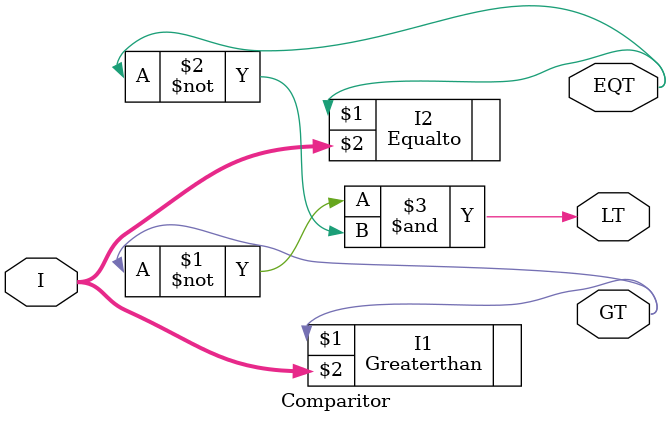
<source format=v>
module Comparitor(EQT,GT,LT,I);
input [3:0] I; 
output EQT,GT,LT; 

Greaterthan I1 (GT,I);
Equalto I2 (EQT,I);
assign LT = ~GT & ~EQT;


endmodule
</source>
